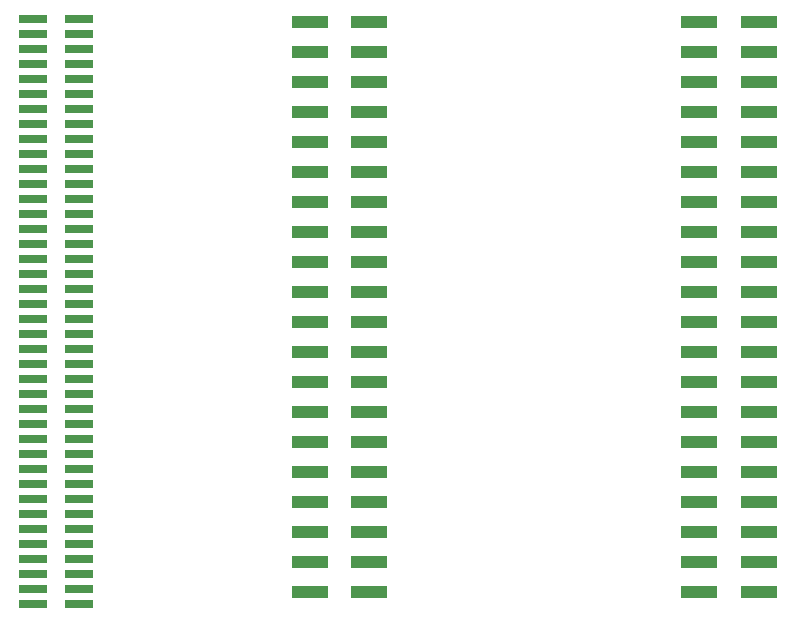
<source format=gbr>
G04 #@! TF.GenerationSoftware,KiCad,Pcbnew,5.1.5-52549c5~84~ubuntu18.04.1*
G04 #@! TF.CreationDate,2020-01-12T14:58:15-06:00*
G04 #@! TF.ProjectId,bloop-zturn-adapter,626c6f6f-702d-47a7-9475-726e2d616461,rev?*
G04 #@! TF.SameCoordinates,Original*
G04 #@! TF.FileFunction,Paste,Top*
G04 #@! TF.FilePolarity,Positive*
%FSLAX46Y46*%
G04 Gerber Fmt 4.6, Leading zero omitted, Abs format (unit mm)*
G04 Created by KiCad (PCBNEW 5.1.5-52549c5~84~ubuntu18.04.1) date 2020-01-12 14:58:15*
%MOMM*%
%LPD*%
G04 APERTURE LIST*
%ADD10R,2.400000X0.740000*%
%ADD11R,3.150000X1.000000*%
G04 APERTURE END LIST*
D10*
X117350000Y-68755000D03*
X113450000Y-68755000D03*
X117350000Y-70025000D03*
X113450000Y-70025000D03*
X117350000Y-71295000D03*
X113450000Y-71295000D03*
X117350000Y-72565000D03*
X113450000Y-72565000D03*
X117350000Y-73835000D03*
X113450000Y-73835000D03*
X117350000Y-75105000D03*
X113450000Y-75105000D03*
X117350000Y-76375000D03*
X113450000Y-76375000D03*
X117350000Y-77645000D03*
X113450000Y-77645000D03*
X117350000Y-78915000D03*
X113450000Y-78915000D03*
X117350000Y-80185000D03*
X113450000Y-80185000D03*
X117350000Y-81455000D03*
X113450000Y-81455000D03*
X117350000Y-82725000D03*
X113450000Y-82725000D03*
X117350000Y-83995000D03*
X113450000Y-83995000D03*
X117350000Y-85265000D03*
X113450000Y-85265000D03*
X117350000Y-86535000D03*
X113450000Y-86535000D03*
X117350000Y-87805000D03*
X113450000Y-87805000D03*
X117350000Y-89075000D03*
X113450000Y-89075000D03*
X117350000Y-90345000D03*
X113450000Y-90345000D03*
X117350000Y-91615000D03*
X113450000Y-91615000D03*
X117350000Y-92885000D03*
X113450000Y-92885000D03*
X117350000Y-94155000D03*
X113450000Y-94155000D03*
X117350000Y-95425000D03*
X113450000Y-95425000D03*
X117350000Y-96695000D03*
X113450000Y-96695000D03*
X117350000Y-97965000D03*
X113450000Y-97965000D03*
X117350000Y-99235000D03*
X113450000Y-99235000D03*
X117350000Y-100505000D03*
X113450000Y-100505000D03*
X117350000Y-101775000D03*
X113450000Y-101775000D03*
X117350000Y-103045000D03*
X113450000Y-103045000D03*
X117350000Y-104315000D03*
X113450000Y-104315000D03*
X117350000Y-105585000D03*
X113450000Y-105585000D03*
X117350000Y-106855000D03*
X113450000Y-106855000D03*
X117350000Y-108125000D03*
X113450000Y-108125000D03*
X117350000Y-109395000D03*
X113450000Y-109395000D03*
X117350000Y-110665000D03*
X113450000Y-110665000D03*
X117350000Y-111935000D03*
X113450000Y-111935000D03*
X117350000Y-113205000D03*
X113450000Y-113205000D03*
X117350000Y-114475000D03*
X113450000Y-114475000D03*
X117350000Y-115745000D03*
X113450000Y-115745000D03*
X117350000Y-117015000D03*
X113450000Y-117015000D03*
X117350000Y-118285000D03*
X113450000Y-118285000D03*
D11*
X141913000Y-117269000D03*
X136863000Y-117269000D03*
X141913000Y-114729000D03*
X136863000Y-114729000D03*
X141913000Y-112189000D03*
X136863000Y-112189000D03*
X141913000Y-109649000D03*
X136863000Y-109649000D03*
X141913000Y-107109000D03*
X136863000Y-107109000D03*
X141913000Y-104569000D03*
X136863000Y-104569000D03*
X141913000Y-102029000D03*
X136863000Y-102029000D03*
X141913000Y-99489000D03*
X136863000Y-99489000D03*
X141913000Y-96949000D03*
X136863000Y-96949000D03*
X141913000Y-94409000D03*
X136863000Y-94409000D03*
X141913000Y-91869000D03*
X136863000Y-91869000D03*
X141913000Y-89329000D03*
X136863000Y-89329000D03*
X141913000Y-86789000D03*
X136863000Y-86789000D03*
X141913000Y-84249000D03*
X136863000Y-84249000D03*
X141913000Y-81709000D03*
X136863000Y-81709000D03*
X141913000Y-79169000D03*
X136863000Y-79169000D03*
X141913000Y-76629000D03*
X136863000Y-76629000D03*
X141913000Y-74089000D03*
X136863000Y-74089000D03*
X141913000Y-71549000D03*
X136863000Y-71549000D03*
X141913000Y-69009000D03*
X136863000Y-69009000D03*
X174907600Y-117269000D03*
X169857600Y-117269000D03*
X174907600Y-114729000D03*
X169857600Y-114729000D03*
X174907600Y-112189000D03*
X169857600Y-112189000D03*
X174907600Y-109649000D03*
X169857600Y-109649000D03*
X174907600Y-107109000D03*
X169857600Y-107109000D03*
X174907600Y-104569000D03*
X169857600Y-104569000D03*
X174907600Y-102029000D03*
X169857600Y-102029000D03*
X174907600Y-99489000D03*
X169857600Y-99489000D03*
X174907600Y-96949000D03*
X169857600Y-96949000D03*
X174907600Y-94409000D03*
X169857600Y-94409000D03*
X174907600Y-91869000D03*
X169857600Y-91869000D03*
X174907600Y-89329000D03*
X169857600Y-89329000D03*
X174907600Y-86789000D03*
X169857600Y-86789000D03*
X174907600Y-84249000D03*
X169857600Y-84249000D03*
X174907600Y-81709000D03*
X169857600Y-81709000D03*
X174907600Y-79169000D03*
X169857600Y-79169000D03*
X174907600Y-76629000D03*
X169857600Y-76629000D03*
X174907600Y-74089000D03*
X169857600Y-74089000D03*
X174907600Y-71549000D03*
X169857600Y-71549000D03*
X174907600Y-69009000D03*
X169857600Y-69009000D03*
M02*

</source>
